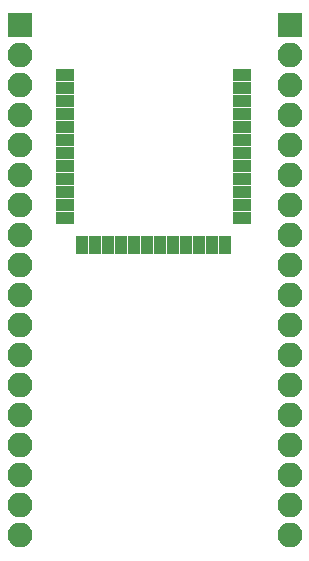
<source format=gts>
G04 #@! TF.FileFunction,Soldermask,Top*
%FSLAX46Y46*%
G04 Gerber Fmt 4.6, Leading zero omitted, Abs format (unit mm)*
G04 Created by KiCad (PCBNEW 4.0.7-e2-6376~60~ubuntu17.10.1) date Sun Mar  4 19:18:17 2018*
%MOMM*%
%LPD*%
G01*
G04 APERTURE LIST*
%ADD10C,0.100000*%
%ADD11R,1.598880X1.098500*%
%ADD12R,1.098500X1.598880*%
%ADD13R,2.100000X2.100000*%
%ADD14O,2.100000X2.100000*%
G04 APERTURE END LIST*
D10*
D11*
X141003020Y-101554280D03*
X141003020Y-90556080D03*
D12*
X143553180Y-105003600D03*
X144653000Y-105003600D03*
X145752820Y-105003600D03*
X146852640Y-105003600D03*
X147952460Y-105003600D03*
X149049740Y-105003600D03*
X150149560Y-105003600D03*
X151249380Y-105003600D03*
X152349200Y-105003600D03*
X153449020Y-105003600D03*
X154548840Y-105003600D03*
D11*
X155999180Y-102654100D03*
X155999180Y-101554280D03*
X155999180Y-100454460D03*
X155999180Y-99354640D03*
X155999180Y-98254820D03*
X155999180Y-97155000D03*
X155999180Y-93855540D03*
X155999180Y-92755720D03*
X155999180Y-91655900D03*
X155999180Y-90556080D03*
X141003020Y-91655900D03*
X141003020Y-92755720D03*
X141003020Y-93855540D03*
X141003020Y-94955360D03*
X141003020Y-96055180D03*
X141003020Y-97155000D03*
X141003020Y-98254820D03*
X141003020Y-99354640D03*
X141003020Y-100454460D03*
D12*
X142453360Y-105003600D03*
D11*
X155999180Y-94955360D03*
X155999180Y-96055180D03*
X141003020Y-102654100D03*
D13*
X137160000Y-86360000D03*
D14*
X137160000Y-88900000D03*
X137160000Y-91440000D03*
X137160000Y-93980000D03*
X137160000Y-96520000D03*
X137160000Y-99060000D03*
X137160000Y-101600000D03*
X137160000Y-104140000D03*
X137160000Y-106680000D03*
X137160000Y-109220000D03*
X137160000Y-111760000D03*
X137160000Y-114300000D03*
X137160000Y-116840000D03*
X137160000Y-119380000D03*
X137160000Y-121920000D03*
X137160000Y-124460000D03*
X137160000Y-127000000D03*
X137160000Y-129540000D03*
D13*
X160020000Y-86360000D03*
D14*
X160020000Y-88900000D03*
X160020000Y-91440000D03*
X160020000Y-93980000D03*
X160020000Y-96520000D03*
X160020000Y-99060000D03*
X160020000Y-101600000D03*
X160020000Y-104140000D03*
X160020000Y-106680000D03*
X160020000Y-109220000D03*
X160020000Y-111760000D03*
X160020000Y-114300000D03*
X160020000Y-116840000D03*
X160020000Y-119380000D03*
X160020000Y-121920000D03*
X160020000Y-124460000D03*
X160020000Y-127000000D03*
X160020000Y-129540000D03*
M02*

</source>
